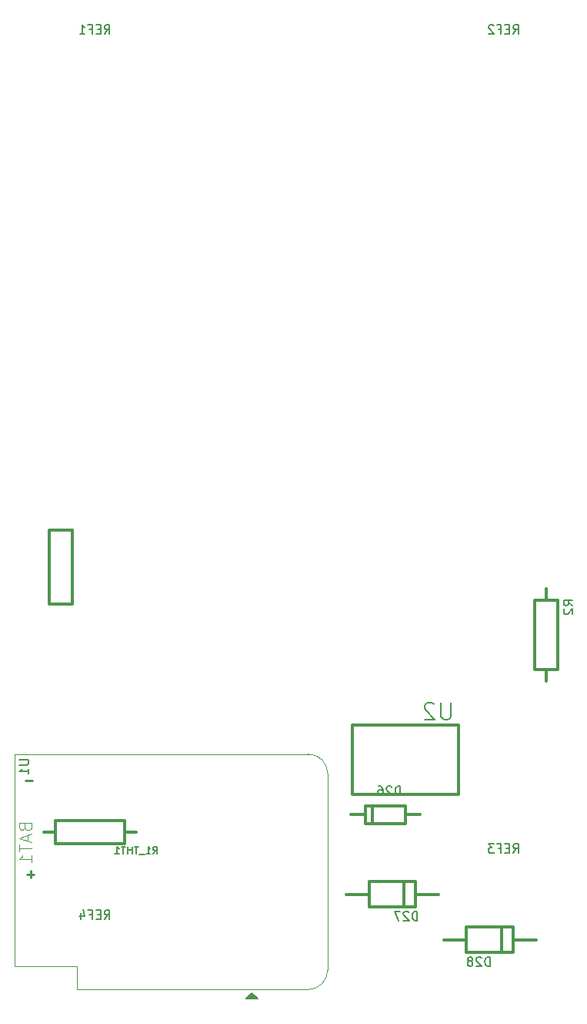
<source format=gbr>
%TF.GenerationSoftware,KiCad,Pcbnew,7.0.7*%
%TF.CreationDate,2023-09-08T08:11:20+02:00*%
%TF.ProjectId,D1Mini_Wuerfel_aktuell,44314d69-6e69-45f5-9775-657266656c5f,rev?*%
%TF.SameCoordinates,Original*%
%TF.FileFunction,Legend,Bot*%
%TF.FilePolarity,Positive*%
%FSLAX46Y46*%
G04 Gerber Fmt 4.6, Leading zero omitted, Abs format (unit mm)*
G04 Created by KiCad (PCBNEW 7.0.7) date 2023-09-08 08:11:20*
%MOMM*%
%LPD*%
G01*
G04 APERTURE LIST*
%ADD10C,0.160000*%
%ADD11C,0.120000*%
%ADD12C,0.250000*%
%ADD13C,0.150000*%
%ADD14C,0.300000*%
G04 APERTURE END LIST*
D10*
X149956641Y-122926499D02*
X149956641Y-124416022D01*
X149956641Y-124416022D02*
X149869022Y-124591260D01*
X149869022Y-124591260D02*
X149781403Y-124678880D01*
X149781403Y-124678880D02*
X149606165Y-124766499D01*
X149606165Y-124766499D02*
X149255689Y-124766499D01*
X149255689Y-124766499D02*
X149080451Y-124678880D01*
X149080451Y-124678880D02*
X148992832Y-124591260D01*
X148992832Y-124591260D02*
X148905213Y-124416022D01*
X148905213Y-124416022D02*
X148905213Y-122926499D01*
X148116641Y-123101737D02*
X148029022Y-123014118D01*
X148029022Y-123014118D02*
X147853784Y-122926499D01*
X147853784Y-122926499D02*
X147415689Y-122926499D01*
X147415689Y-122926499D02*
X147240451Y-123014118D01*
X147240451Y-123014118D02*
X147152832Y-123101737D01*
X147152832Y-123101737D02*
X147065213Y-123276975D01*
X147065213Y-123276975D02*
X147065213Y-123452213D01*
X147065213Y-123452213D02*
X147152832Y-123715070D01*
X147152832Y-123715070D02*
X148204260Y-124766499D01*
X148204260Y-124766499D02*
X147065213Y-124766499D01*
X144406641Y-133119299D02*
X144406641Y-132119299D01*
X144406641Y-132119299D02*
X144168546Y-132119299D01*
X144168546Y-132119299D02*
X144025689Y-132166918D01*
X144025689Y-132166918D02*
X143930451Y-132262156D01*
X143930451Y-132262156D02*
X143882832Y-132357394D01*
X143882832Y-132357394D02*
X143835213Y-132547870D01*
X143835213Y-132547870D02*
X143835213Y-132690727D01*
X143835213Y-132690727D02*
X143882832Y-132881203D01*
X143882832Y-132881203D02*
X143930451Y-132976441D01*
X143930451Y-132976441D02*
X144025689Y-133071680D01*
X144025689Y-133071680D02*
X144168546Y-133119299D01*
X144168546Y-133119299D02*
X144406641Y-133119299D01*
X143454260Y-132214537D02*
X143406641Y-132166918D01*
X143406641Y-132166918D02*
X143311403Y-132119299D01*
X143311403Y-132119299D02*
X143073308Y-132119299D01*
X143073308Y-132119299D02*
X142978070Y-132166918D01*
X142978070Y-132166918D02*
X142930451Y-132214537D01*
X142930451Y-132214537D02*
X142882832Y-132309775D01*
X142882832Y-132309775D02*
X142882832Y-132405013D01*
X142882832Y-132405013D02*
X142930451Y-132547870D01*
X142930451Y-132547870D02*
X143501879Y-133119299D01*
X143501879Y-133119299D02*
X142882832Y-133119299D01*
X142025689Y-132119299D02*
X142216165Y-132119299D01*
X142216165Y-132119299D02*
X142311403Y-132166918D01*
X142311403Y-132166918D02*
X142359022Y-132214537D01*
X142359022Y-132214537D02*
X142454260Y-132357394D01*
X142454260Y-132357394D02*
X142501879Y-132547870D01*
X142501879Y-132547870D02*
X142501879Y-132928822D01*
X142501879Y-132928822D02*
X142454260Y-133024060D01*
X142454260Y-133024060D02*
X142406641Y-133071680D01*
X142406641Y-133071680D02*
X142311403Y-133119299D01*
X142311403Y-133119299D02*
X142120927Y-133119299D01*
X142120927Y-133119299D02*
X142025689Y-133071680D01*
X142025689Y-133071680D02*
X141978070Y-133024060D01*
X141978070Y-133024060D02*
X141930451Y-132928822D01*
X141930451Y-132928822D02*
X141930451Y-132690727D01*
X141930451Y-132690727D02*
X141978070Y-132595489D01*
X141978070Y-132595489D02*
X142025689Y-132547870D01*
X142025689Y-132547870D02*
X142120927Y-132500251D01*
X142120927Y-132500251D02*
X142311403Y-132500251D01*
X142311403Y-132500251D02*
X142406641Y-132547870D01*
X142406641Y-132547870D02*
X142454260Y-132595489D01*
X142454260Y-132595489D02*
X142501879Y-132690727D01*
X154271929Y-151869299D02*
X154271929Y-150869299D01*
X154271929Y-150869299D02*
X154033834Y-150869299D01*
X154033834Y-150869299D02*
X153890977Y-150916918D01*
X153890977Y-150916918D02*
X153795739Y-151012156D01*
X153795739Y-151012156D02*
X153748120Y-151107394D01*
X153748120Y-151107394D02*
X153700501Y-151297870D01*
X153700501Y-151297870D02*
X153700501Y-151440727D01*
X153700501Y-151440727D02*
X153748120Y-151631203D01*
X153748120Y-151631203D02*
X153795739Y-151726441D01*
X153795739Y-151726441D02*
X153890977Y-151821680D01*
X153890977Y-151821680D02*
X154033834Y-151869299D01*
X154033834Y-151869299D02*
X154271929Y-151869299D01*
X153319548Y-150964537D02*
X153271929Y-150916918D01*
X153271929Y-150916918D02*
X153176691Y-150869299D01*
X153176691Y-150869299D02*
X152938596Y-150869299D01*
X152938596Y-150869299D02*
X152843358Y-150916918D01*
X152843358Y-150916918D02*
X152795739Y-150964537D01*
X152795739Y-150964537D02*
X152748120Y-151059775D01*
X152748120Y-151059775D02*
X152748120Y-151155013D01*
X152748120Y-151155013D02*
X152795739Y-151297870D01*
X152795739Y-151297870D02*
X153367167Y-151869299D01*
X153367167Y-151869299D02*
X152748120Y-151869299D01*
X152176691Y-151297870D02*
X152271929Y-151250251D01*
X152271929Y-151250251D02*
X152319548Y-151202632D01*
X152319548Y-151202632D02*
X152367167Y-151107394D01*
X152367167Y-151107394D02*
X152367167Y-151059775D01*
X152367167Y-151059775D02*
X152319548Y-150964537D01*
X152319548Y-150964537D02*
X152271929Y-150916918D01*
X152271929Y-150916918D02*
X152176691Y-150869299D01*
X152176691Y-150869299D02*
X151986215Y-150869299D01*
X151986215Y-150869299D02*
X151890977Y-150916918D01*
X151890977Y-150916918D02*
X151843358Y-150964537D01*
X151843358Y-150964537D02*
X151795739Y-151059775D01*
X151795739Y-151059775D02*
X151795739Y-151107394D01*
X151795739Y-151107394D02*
X151843358Y-151202632D01*
X151843358Y-151202632D02*
X151890977Y-151250251D01*
X151890977Y-151250251D02*
X151986215Y-151297870D01*
X151986215Y-151297870D02*
X152176691Y-151297870D01*
X152176691Y-151297870D02*
X152271929Y-151345489D01*
X152271929Y-151345489D02*
X152319548Y-151393108D01*
X152319548Y-151393108D02*
X152367167Y-151488346D01*
X152367167Y-151488346D02*
X152367167Y-151678822D01*
X152367167Y-151678822D02*
X152319548Y-151774060D01*
X152319548Y-151774060D02*
X152271929Y-151821680D01*
X152271929Y-151821680D02*
X152176691Y-151869299D01*
X152176691Y-151869299D02*
X151986215Y-151869299D01*
X151986215Y-151869299D02*
X151890977Y-151821680D01*
X151890977Y-151821680D02*
X151843358Y-151774060D01*
X151843358Y-151774060D02*
X151795739Y-151678822D01*
X151795739Y-151678822D02*
X151795739Y-151488346D01*
X151795739Y-151488346D02*
X151843358Y-151393108D01*
X151843358Y-151393108D02*
X151890977Y-151345489D01*
X151890977Y-151345489D02*
X151986215Y-151297870D01*
D11*
X103102017Y-136617518D02*
X103167731Y-136814661D01*
X103167731Y-136814661D02*
X103233445Y-136880375D01*
X103233445Y-136880375D02*
X103364874Y-136946089D01*
X103364874Y-136946089D02*
X103562017Y-136946089D01*
X103562017Y-136946089D02*
X103693445Y-136880375D01*
X103693445Y-136880375D02*
X103759160Y-136814661D01*
X103759160Y-136814661D02*
X103824874Y-136683232D01*
X103824874Y-136683232D02*
X103824874Y-136157518D01*
X103824874Y-136157518D02*
X102444874Y-136157518D01*
X102444874Y-136157518D02*
X102444874Y-136617518D01*
X102444874Y-136617518D02*
X102510588Y-136748947D01*
X102510588Y-136748947D02*
X102576302Y-136814661D01*
X102576302Y-136814661D02*
X102707731Y-136880375D01*
X102707731Y-136880375D02*
X102839160Y-136880375D01*
X102839160Y-136880375D02*
X102970588Y-136814661D01*
X102970588Y-136814661D02*
X103036302Y-136748947D01*
X103036302Y-136748947D02*
X103102017Y-136617518D01*
X103102017Y-136617518D02*
X103102017Y-136157518D01*
X103430588Y-137471804D02*
X103430588Y-138128947D01*
X103824874Y-137340375D02*
X102444874Y-137800375D01*
X102444874Y-137800375D02*
X103824874Y-138260375D01*
X102444874Y-138523232D02*
X102444874Y-139311804D01*
X103824874Y-138917518D02*
X102444874Y-138917518D01*
X103824874Y-140494661D02*
X103824874Y-139706090D01*
X103824874Y-140100375D02*
X102444874Y-140100375D01*
X102444874Y-140100375D02*
X102642017Y-139968947D01*
X102642017Y-139968947D02*
X102773445Y-139837518D01*
X102773445Y-139837518D02*
X102839160Y-139706090D01*
D12*
X103152568Y-131516333D02*
X103914473Y-131516333D01*
X103733666Y-141402568D02*
X103733666Y-142164473D01*
X104114619Y-141783520D02*
X103352714Y-141783520D01*
D13*
X156838719Y-139451219D02*
X157172052Y-138975028D01*
X157410147Y-139451219D02*
X157410147Y-138451219D01*
X157410147Y-138451219D02*
X157029195Y-138451219D01*
X157029195Y-138451219D02*
X156933957Y-138498838D01*
X156933957Y-138498838D02*
X156886338Y-138546457D01*
X156886338Y-138546457D02*
X156838719Y-138641695D01*
X156838719Y-138641695D02*
X156838719Y-138784552D01*
X156838719Y-138784552D02*
X156886338Y-138879790D01*
X156886338Y-138879790D02*
X156933957Y-138927409D01*
X156933957Y-138927409D02*
X157029195Y-138975028D01*
X157029195Y-138975028D02*
X157410147Y-138975028D01*
X156410147Y-138927409D02*
X156076814Y-138927409D01*
X155933957Y-139451219D02*
X156410147Y-139451219D01*
X156410147Y-139451219D02*
X156410147Y-138451219D01*
X156410147Y-138451219D02*
X155933957Y-138451219D01*
X155172052Y-138927409D02*
X155505385Y-138927409D01*
X155505385Y-139451219D02*
X155505385Y-138451219D01*
X155505385Y-138451219D02*
X155029195Y-138451219D01*
X154743480Y-138451219D02*
X154124433Y-138451219D01*
X154124433Y-138451219D02*
X154457766Y-138832171D01*
X154457766Y-138832171D02*
X154314909Y-138832171D01*
X154314909Y-138832171D02*
X154219671Y-138879790D01*
X154219671Y-138879790D02*
X154172052Y-138927409D01*
X154172052Y-138927409D02*
X154124433Y-139022647D01*
X154124433Y-139022647D02*
X154124433Y-139260742D01*
X154124433Y-139260742D02*
X154172052Y-139355980D01*
X154172052Y-139355980D02*
X154219671Y-139403600D01*
X154219671Y-139403600D02*
X154314909Y-139451219D01*
X154314909Y-139451219D02*
X154600623Y-139451219D01*
X154600623Y-139451219D02*
X154695861Y-139403600D01*
X154695861Y-139403600D02*
X154743480Y-139355980D01*
D10*
X163369299Y-112251879D02*
X162893108Y-111918546D01*
X163369299Y-111680451D02*
X162369299Y-111680451D01*
X162369299Y-111680451D02*
X162369299Y-112061403D01*
X162369299Y-112061403D02*
X162416918Y-112156641D01*
X162416918Y-112156641D02*
X162464537Y-112204260D01*
X162464537Y-112204260D02*
X162559775Y-112251879D01*
X162559775Y-112251879D02*
X162702632Y-112251879D01*
X162702632Y-112251879D02*
X162797870Y-112204260D01*
X162797870Y-112204260D02*
X162845489Y-112156641D01*
X162845489Y-112156641D02*
X162893108Y-112061403D01*
X162893108Y-112061403D02*
X162893108Y-111680451D01*
X162464537Y-112632832D02*
X162416918Y-112680451D01*
X162416918Y-112680451D02*
X162369299Y-112775689D01*
X162369299Y-112775689D02*
X162369299Y-113013784D01*
X162369299Y-113013784D02*
X162416918Y-113109022D01*
X162416918Y-113109022D02*
X162464537Y-113156641D01*
X162464537Y-113156641D02*
X162559775Y-113204260D01*
X162559775Y-113204260D02*
X162655013Y-113204260D01*
X162655013Y-113204260D02*
X162797870Y-113156641D01*
X162797870Y-113156641D02*
X163369299Y-112585213D01*
X163369299Y-112585213D02*
X163369299Y-113204260D01*
D13*
X111838719Y-49451219D02*
X112172052Y-48975028D01*
X112410147Y-49451219D02*
X112410147Y-48451219D01*
X112410147Y-48451219D02*
X112029195Y-48451219D01*
X112029195Y-48451219D02*
X111933957Y-48498838D01*
X111933957Y-48498838D02*
X111886338Y-48546457D01*
X111886338Y-48546457D02*
X111838719Y-48641695D01*
X111838719Y-48641695D02*
X111838719Y-48784552D01*
X111838719Y-48784552D02*
X111886338Y-48879790D01*
X111886338Y-48879790D02*
X111933957Y-48927409D01*
X111933957Y-48927409D02*
X112029195Y-48975028D01*
X112029195Y-48975028D02*
X112410147Y-48975028D01*
X111410147Y-48927409D02*
X111076814Y-48927409D01*
X110933957Y-49451219D02*
X111410147Y-49451219D01*
X111410147Y-49451219D02*
X111410147Y-48451219D01*
X111410147Y-48451219D02*
X110933957Y-48451219D01*
X110172052Y-48927409D02*
X110505385Y-48927409D01*
X110505385Y-49451219D02*
X110505385Y-48451219D01*
X110505385Y-48451219D02*
X110029195Y-48451219D01*
X109124433Y-49451219D02*
X109695861Y-49451219D01*
X109410147Y-49451219D02*
X109410147Y-48451219D01*
X109410147Y-48451219D02*
X109505385Y-48594076D01*
X109505385Y-48594076D02*
X109600623Y-48689314D01*
X109600623Y-48689314D02*
X109695861Y-48736933D01*
X111838719Y-146704819D02*
X112172052Y-146228628D01*
X112410147Y-146704819D02*
X112410147Y-145704819D01*
X112410147Y-145704819D02*
X112029195Y-145704819D01*
X112029195Y-145704819D02*
X111933957Y-145752438D01*
X111933957Y-145752438D02*
X111886338Y-145800057D01*
X111886338Y-145800057D02*
X111838719Y-145895295D01*
X111838719Y-145895295D02*
X111838719Y-146038152D01*
X111838719Y-146038152D02*
X111886338Y-146133390D01*
X111886338Y-146133390D02*
X111933957Y-146181009D01*
X111933957Y-146181009D02*
X112029195Y-146228628D01*
X112029195Y-146228628D02*
X112410147Y-146228628D01*
X111410147Y-146181009D02*
X111076814Y-146181009D01*
X110933957Y-146704819D02*
X111410147Y-146704819D01*
X111410147Y-146704819D02*
X111410147Y-145704819D01*
X111410147Y-145704819D02*
X110933957Y-145704819D01*
X110172052Y-146181009D02*
X110505385Y-146181009D01*
X110505385Y-146704819D02*
X110505385Y-145704819D01*
X110505385Y-145704819D02*
X110029195Y-145704819D01*
X109219671Y-146038152D02*
X109219671Y-146704819D01*
X109457766Y-145657200D02*
X109695861Y-146371485D01*
X109695861Y-146371485D02*
X109076814Y-146371485D01*
D10*
X117198120Y-139553775D02*
X117464787Y-139172822D01*
X117655263Y-139553775D02*
X117655263Y-138753775D01*
X117655263Y-138753775D02*
X117350501Y-138753775D01*
X117350501Y-138753775D02*
X117274311Y-138791870D01*
X117274311Y-138791870D02*
X117236216Y-138829965D01*
X117236216Y-138829965D02*
X117198120Y-138906156D01*
X117198120Y-138906156D02*
X117198120Y-139020441D01*
X117198120Y-139020441D02*
X117236216Y-139096632D01*
X117236216Y-139096632D02*
X117274311Y-139134727D01*
X117274311Y-139134727D02*
X117350501Y-139172822D01*
X117350501Y-139172822D02*
X117655263Y-139172822D01*
X116436216Y-139553775D02*
X116893359Y-139553775D01*
X116664787Y-139553775D02*
X116664787Y-138753775D01*
X116664787Y-138753775D02*
X116740978Y-138868060D01*
X116740978Y-138868060D02*
X116817168Y-138944251D01*
X116817168Y-138944251D02*
X116893359Y-138982346D01*
X116283835Y-139629965D02*
X115674311Y-139629965D01*
X115598120Y-138753775D02*
X115140977Y-138753775D01*
X115369549Y-139553775D02*
X115369549Y-138753775D01*
X114874310Y-139553775D02*
X114874310Y-138753775D01*
X114874310Y-139134727D02*
X114417167Y-139134727D01*
X114417167Y-139553775D02*
X114417167Y-138753775D01*
X114150501Y-138753775D02*
X113693358Y-138753775D01*
X113921930Y-139553775D02*
X113921930Y-138753775D01*
X113007644Y-139553775D02*
X113464787Y-139553775D01*
X113236215Y-139553775D02*
X113236215Y-138753775D01*
X113236215Y-138753775D02*
X113312406Y-138868060D01*
X113312406Y-138868060D02*
X113388596Y-138944251D01*
X113388596Y-138944251D02*
X113464787Y-138982346D01*
X146271929Y-146869299D02*
X146271929Y-145869299D01*
X146271929Y-145869299D02*
X146033834Y-145869299D01*
X146033834Y-145869299D02*
X145890977Y-145916918D01*
X145890977Y-145916918D02*
X145795739Y-146012156D01*
X145795739Y-146012156D02*
X145748120Y-146107394D01*
X145748120Y-146107394D02*
X145700501Y-146297870D01*
X145700501Y-146297870D02*
X145700501Y-146440727D01*
X145700501Y-146440727D02*
X145748120Y-146631203D01*
X145748120Y-146631203D02*
X145795739Y-146726441D01*
X145795739Y-146726441D02*
X145890977Y-146821680D01*
X145890977Y-146821680D02*
X146033834Y-146869299D01*
X146033834Y-146869299D02*
X146271929Y-146869299D01*
X145319548Y-145964537D02*
X145271929Y-145916918D01*
X145271929Y-145916918D02*
X145176691Y-145869299D01*
X145176691Y-145869299D02*
X144938596Y-145869299D01*
X144938596Y-145869299D02*
X144843358Y-145916918D01*
X144843358Y-145916918D02*
X144795739Y-145964537D01*
X144795739Y-145964537D02*
X144748120Y-146059775D01*
X144748120Y-146059775D02*
X144748120Y-146155013D01*
X144748120Y-146155013D02*
X144795739Y-146297870D01*
X144795739Y-146297870D02*
X145367167Y-146869299D01*
X145367167Y-146869299D02*
X144748120Y-146869299D01*
X144414786Y-145869299D02*
X143748120Y-145869299D01*
X143748120Y-145869299D02*
X144176691Y-146869299D01*
D13*
X102494819Y-129183095D02*
X103304342Y-129183095D01*
X103304342Y-129183095D02*
X103399580Y-129230714D01*
X103399580Y-129230714D02*
X103447200Y-129278333D01*
X103447200Y-129278333D02*
X103494819Y-129373571D01*
X103494819Y-129373571D02*
X103494819Y-129564047D01*
X103494819Y-129564047D02*
X103447200Y-129659285D01*
X103447200Y-129659285D02*
X103399580Y-129706904D01*
X103399580Y-129706904D02*
X103304342Y-129754523D01*
X103304342Y-129754523D02*
X102494819Y-129754523D01*
X103494819Y-130754523D02*
X103494819Y-130183095D01*
X103494819Y-130468809D02*
X102494819Y-130468809D01*
X102494819Y-130468809D02*
X102637676Y-130373571D01*
X102637676Y-130373571D02*
X102732914Y-130278333D01*
X102732914Y-130278333D02*
X102780533Y-130183095D01*
X156838719Y-49451219D02*
X157172052Y-48975028D01*
X157410147Y-49451219D02*
X157410147Y-48451219D01*
X157410147Y-48451219D02*
X157029195Y-48451219D01*
X157029195Y-48451219D02*
X156933957Y-48498838D01*
X156933957Y-48498838D02*
X156886338Y-48546457D01*
X156886338Y-48546457D02*
X156838719Y-48641695D01*
X156838719Y-48641695D02*
X156838719Y-48784552D01*
X156838719Y-48784552D02*
X156886338Y-48879790D01*
X156886338Y-48879790D02*
X156933957Y-48927409D01*
X156933957Y-48927409D02*
X157029195Y-48975028D01*
X157029195Y-48975028D02*
X157410147Y-48975028D01*
X156410147Y-48927409D02*
X156076814Y-48927409D01*
X155933957Y-49451219D02*
X156410147Y-49451219D01*
X156410147Y-49451219D02*
X156410147Y-48451219D01*
X156410147Y-48451219D02*
X155933957Y-48451219D01*
X155172052Y-48927409D02*
X155505385Y-48927409D01*
X155505385Y-49451219D02*
X155505385Y-48451219D01*
X155505385Y-48451219D02*
X155029195Y-48451219D01*
X154695861Y-48546457D02*
X154648242Y-48498838D01*
X154648242Y-48498838D02*
X154553004Y-48451219D01*
X154553004Y-48451219D02*
X154314909Y-48451219D01*
X154314909Y-48451219D02*
X154219671Y-48498838D01*
X154219671Y-48498838D02*
X154172052Y-48546457D01*
X154172052Y-48546457D02*
X154124433Y-48641695D01*
X154124433Y-48641695D02*
X154124433Y-48736933D01*
X154124433Y-48736933D02*
X154172052Y-48879790D01*
X154172052Y-48879790D02*
X154743480Y-49451219D01*
X154743480Y-49451219D02*
X154124433Y-49451219D01*
D14*
%TO.C,U2*%
X150850000Y-133000000D02*
X150850000Y-125400000D01*
X150850000Y-133000000D02*
X139150000Y-133000000D01*
X150850000Y-125400000D02*
X139150000Y-125400000D01*
X139150000Y-125400000D02*
X139150000Y-133000000D01*
%TO.C,D26*%
X146560000Y-135250000D02*
X144950000Y-135250000D01*
X144950000Y-136200000D02*
X140550000Y-136200000D01*
X144950000Y-134300000D02*
X144950000Y-136200000D01*
X141360000Y-136200000D02*
X141360000Y-134300000D01*
X140550000Y-136200000D02*
X140550000Y-134300000D01*
X140550000Y-134300000D02*
X144950000Y-134300000D01*
X138940000Y-135250000D02*
X140550000Y-135250000D01*
%TO.C,D28*%
X149170000Y-149000000D02*
X151700000Y-149000000D01*
X151700000Y-147600000D02*
X151700000Y-150400000D01*
X151700000Y-147600000D02*
X156800000Y-147600000D01*
X151700000Y-150400000D02*
X156800000Y-150400000D01*
X155585000Y-150350000D02*
X155585000Y-147650000D01*
X156800000Y-149000000D02*
X159330000Y-149000000D01*
X156800000Y-150400000D02*
X156800000Y-147600000D01*
%TO.C,R2*%
X160500000Y-120580000D02*
X160500000Y-119310000D01*
X159230000Y-119310000D02*
X161770000Y-119310000D01*
X161770000Y-119310000D02*
X161770000Y-111690000D01*
X159230000Y-111690000D02*
X159230000Y-119310000D01*
X160500000Y-111690000D02*
X160500000Y-110420000D01*
X161770000Y-111690000D02*
X159230000Y-111690000D01*
%TO.C,R1_THT1*%
X105170000Y-137160000D02*
X106440000Y-137160000D01*
X106440000Y-135890000D02*
X106440000Y-138430000D01*
X106440000Y-138430000D02*
X114060000Y-138430000D01*
X114060000Y-135890000D02*
X106440000Y-135890000D01*
X114060000Y-137160000D02*
X115330000Y-137160000D01*
X114060000Y-138430000D02*
X114060000Y-135890000D01*
%TO.C,D27*%
X138420000Y-144000000D02*
X140950000Y-144000000D01*
X140950000Y-142600000D02*
X140950000Y-145400000D01*
X140950000Y-142600000D02*
X146050000Y-142600000D01*
X140950000Y-145400000D02*
X146050000Y-145400000D01*
X144835000Y-145350000D02*
X144835000Y-142650000D01*
X146050000Y-144000000D02*
X148580000Y-144000000D01*
X146050000Y-145400000D02*
X146050000Y-142600000D01*
%TO.C,K1*%
X108270000Y-103940000D02*
X108270000Y-112060000D01*
X105730000Y-103940000D02*
X108270000Y-103940000D01*
X108270000Y-112060000D02*
X105730000Y-112060000D01*
X105730000Y-112060000D02*
X105730000Y-103940000D01*
D11*
%TO.C,U1*%
X108850000Y-154445000D02*
X134280000Y-154445000D01*
X108850000Y-154445000D02*
X108850000Y-151905000D01*
X101950000Y-151905000D02*
X101950000Y-128585000D01*
X108850000Y-151905000D02*
X101950000Y-151905000D01*
X136410000Y-130705000D02*
X136410000Y-152315000D01*
X101950000Y-128585000D02*
X134280000Y-128585000D01*
X134280000Y-154445000D02*
G75*
G03*
X136410000Y-152315000I-2J2130002D01*
G01*
X136410000Y-130715000D02*
G75*
G03*
X134280000Y-128585000I-2130000J0D01*
G01*
D13*
X128705000Y-155485000D02*
X127435000Y-155485000D01*
X128070000Y-154850000D01*
X128705000Y-155485000D01*
G36*
X128705000Y-155485000D02*
G01*
X127435000Y-155485000D01*
X128070000Y-154850000D01*
X128705000Y-155485000D01*
G37*
%TD*%
M02*

</source>
